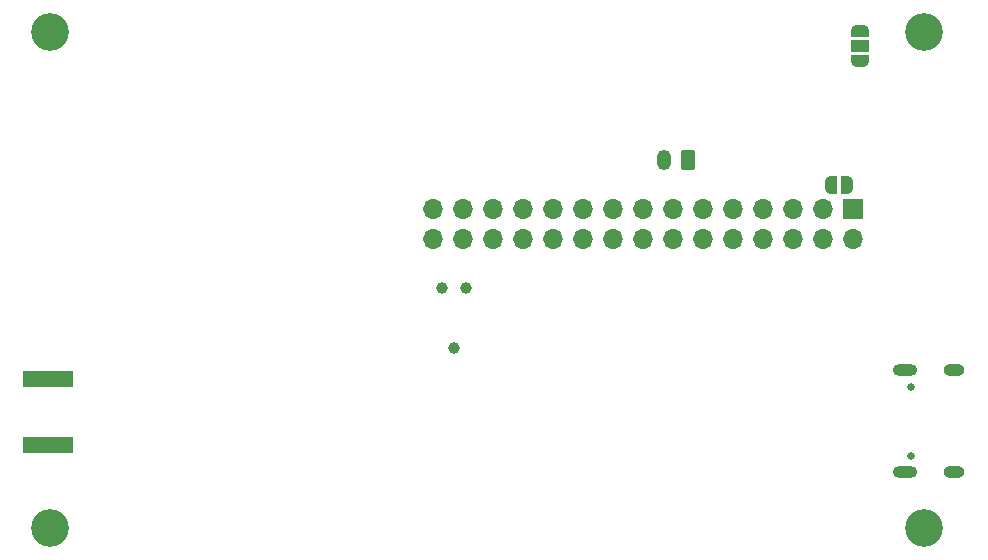
<source format=gbr>
%TF.GenerationSoftware,KiCad,Pcbnew,7.0.9*%
%TF.CreationDate,2024-02-26T10:01:54+01:00*%
%TF.ProjectId,C2LoraGateway,43324c6f-7261-4476-9174-657761792e6b,rev?*%
%TF.SameCoordinates,Original*%
%TF.FileFunction,Soldermask,Bot*%
%TF.FilePolarity,Negative*%
%FSLAX46Y46*%
G04 Gerber Fmt 4.6, Leading zero omitted, Abs format (unit mm)*
G04 Created by KiCad (PCBNEW 7.0.9) date 2024-02-26 10:01:54*
%MOMM*%
%LPD*%
G01*
G04 APERTURE LIST*
G04 Aperture macros list*
%AMRoundRect*
0 Rectangle with rounded corners*
0 $1 Rounding radius*
0 $2 $3 $4 $5 $6 $7 $8 $9 X,Y pos of 4 corners*
0 Add a 4 corners polygon primitive as box body*
4,1,4,$2,$3,$4,$5,$6,$7,$8,$9,$2,$3,0*
0 Add four circle primitives for the rounded corners*
1,1,$1+$1,$2,$3*
1,1,$1+$1,$4,$5*
1,1,$1+$1,$6,$7*
1,1,$1+$1,$8,$9*
0 Add four rect primitives between the rounded corners*
20,1,$1+$1,$2,$3,$4,$5,0*
20,1,$1+$1,$4,$5,$6,$7,0*
20,1,$1+$1,$6,$7,$8,$9,0*
20,1,$1+$1,$8,$9,$2,$3,0*%
%AMFreePoly0*
4,1,19,0.550000,-0.750000,0.000000,-0.750000,0.000000,-0.744911,-0.071157,-0.744911,-0.207708,-0.704816,-0.327430,-0.627875,-0.420627,-0.520320,-0.479746,-0.390866,-0.500000,-0.250000,-0.500000,0.250000,-0.479746,0.390866,-0.420627,0.520320,-0.327430,0.627875,-0.207708,0.704816,-0.071157,0.744911,0.000000,0.744911,0.000000,0.750000,0.550000,0.750000,0.550000,-0.750000,0.550000,-0.750000,
$1*%
%AMFreePoly1*
4,1,19,0.000000,0.744911,0.071157,0.744911,0.207708,0.704816,0.327430,0.627875,0.420627,0.520320,0.479746,0.390866,0.500000,0.250000,0.500000,-0.250000,0.479746,-0.390866,0.420627,-0.520320,0.327430,-0.627875,0.207708,-0.704816,0.071157,-0.744911,0.000000,-0.744911,0.000000,-0.750000,-0.550000,-0.750000,-0.550000,0.750000,0.000000,0.750000,0.000000,0.744911,0.000000,0.744911,
$1*%
%AMFreePoly2*
4,1,19,0.500000,-0.750000,0.000000,-0.750000,0.000000,-0.744911,-0.071157,-0.744911,-0.207708,-0.704816,-0.327430,-0.627875,-0.420627,-0.520320,-0.479746,-0.390866,-0.500000,-0.250000,-0.500000,0.250000,-0.479746,0.390866,-0.420627,0.520320,-0.327430,0.627875,-0.207708,0.704816,-0.071157,0.744911,0.000000,0.744911,0.000000,0.750000,0.500000,0.750000,0.500000,-0.750000,0.500000,-0.750000,
$1*%
%AMFreePoly3*
4,1,19,0.000000,0.744911,0.071157,0.744911,0.207708,0.704816,0.327430,0.627875,0.420627,0.520320,0.479746,0.390866,0.500000,0.250000,0.500000,-0.250000,0.479746,-0.390866,0.420627,-0.520320,0.327430,-0.627875,0.207708,-0.704816,0.071157,-0.744911,0.000000,-0.744911,0.000000,-0.750000,-0.500000,-0.750000,-0.500000,0.750000,0.000000,0.750000,0.000000,0.744911,0.000000,0.744911,
$1*%
G04 Aperture macros list end*
%ADD10C,3.200000*%
%ADD11R,4.200000X1.350000*%
%ADD12RoundRect,0.250000X0.350000X0.625000X-0.350000X0.625000X-0.350000X-0.625000X0.350000X-0.625000X0*%
%ADD13O,1.200000X1.750000*%
%ADD14C,0.650000*%
%ADD15O,2.100000X1.000000*%
%ADD16O,1.800000X1.000000*%
%ADD17R,1.700000X1.700000*%
%ADD18O,1.700000X1.700000*%
%ADD19C,0.990600*%
%ADD20FreePoly0,90.000000*%
%ADD21R,1.500000X1.000000*%
%ADD22FreePoly1,90.000000*%
%ADD23FreePoly2,0.000000*%
%ADD24FreePoly3,0.000000*%
G04 APERTURE END LIST*
D10*
%TO.C,H2*%
X167000000Y-74000000D03*
%TD*%
%TO.C,H1*%
X93000000Y-74000000D03*
%TD*%
D11*
%TO.C,J1*%
X92862500Y-103375000D03*
X92862500Y-109025000D03*
%TD*%
D12*
%TO.C,J5*%
X147000000Y-84900000D03*
D13*
X145000000Y-84900000D03*
%TD*%
D14*
%TO.C,J4*%
X165895000Y-109890000D03*
X165895000Y-104110000D03*
D15*
X165395000Y-111320000D03*
D16*
X169575000Y-111320000D03*
D15*
X165395000Y-102680000D03*
D16*
X169575000Y-102680000D03*
%TD*%
D10*
%TO.C,H4*%
X167000000Y-116000000D03*
%TD*%
D17*
%TO.C,J3*%
X161000000Y-89000000D03*
D18*
X161000000Y-91540000D03*
X158460000Y-89000000D03*
X158460000Y-91540000D03*
X155920000Y-89000000D03*
X155920000Y-91540000D03*
X153380000Y-89000000D03*
X153380000Y-91540000D03*
X150840000Y-89000000D03*
X150840000Y-91540000D03*
X148300000Y-89000000D03*
X148300000Y-91540000D03*
X145760000Y-89000000D03*
X145760000Y-91540000D03*
X143220000Y-89000000D03*
X143220000Y-91540000D03*
X140680000Y-89000000D03*
X140680000Y-91540000D03*
X138140000Y-89000000D03*
X138140000Y-91540000D03*
X135600000Y-89000000D03*
X135600000Y-91540000D03*
X133060000Y-89000000D03*
X133060000Y-91540000D03*
X130520000Y-89000000D03*
X130520000Y-91540000D03*
X127980000Y-89000000D03*
X127980000Y-91540000D03*
X125440000Y-89000000D03*
X125440000Y-91540000D03*
%TD*%
D10*
%TO.C,H3*%
X93000000Y-116000000D03*
%TD*%
D19*
%TO.C,J2*%
X127200000Y-100740000D03*
X126184000Y-95660000D03*
X128216000Y-95660000D03*
%TD*%
D20*
%TO.C,JP2*%
X161600000Y-76500000D03*
D21*
X161600000Y-75200000D03*
D22*
X161600000Y-73900000D03*
%TD*%
D23*
%TO.C,JP3*%
X159150000Y-87000000D03*
D24*
X160450000Y-87000000D03*
%TD*%
M02*

</source>
